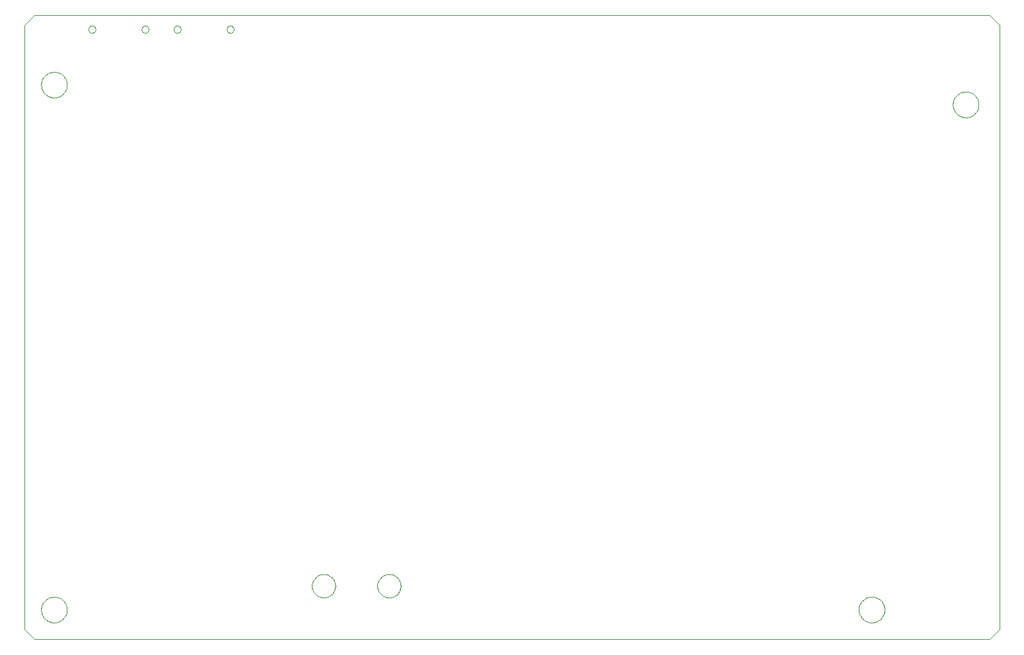
<source format=gko>
G75*
%MOIN*%
%OFA0B0*%
%FSLAX24Y24*%
%IPPOS*%
%LPD*%
%AMOC8*
5,1,8,0,0,1.08239X$1,22.5*
%
%ADD10C,0.0000*%
D10*
X005493Y001000D02*
X005993Y000500D01*
X054206Y000500D01*
X054706Y001000D01*
X054706Y031496D01*
X054206Y031996D01*
X005993Y031996D01*
X005493Y031496D01*
X005493Y001000D01*
X006343Y002000D02*
X006345Y002050D01*
X006351Y002100D01*
X006361Y002150D01*
X006374Y002198D01*
X006391Y002246D01*
X006412Y002292D01*
X006436Y002336D01*
X006464Y002378D01*
X006495Y002418D01*
X006529Y002455D01*
X006566Y002490D01*
X006605Y002521D01*
X006646Y002550D01*
X006690Y002575D01*
X006736Y002597D01*
X006783Y002615D01*
X006831Y002629D01*
X006880Y002640D01*
X006930Y002647D01*
X006980Y002650D01*
X007031Y002649D01*
X007081Y002644D01*
X007131Y002635D01*
X007179Y002623D01*
X007227Y002606D01*
X007273Y002586D01*
X007318Y002563D01*
X007361Y002536D01*
X007401Y002506D01*
X007439Y002473D01*
X007474Y002437D01*
X007507Y002398D01*
X007536Y002357D01*
X007562Y002314D01*
X007585Y002269D01*
X007604Y002222D01*
X007619Y002174D01*
X007631Y002125D01*
X007639Y002075D01*
X007643Y002025D01*
X007643Y001975D01*
X007639Y001925D01*
X007631Y001875D01*
X007619Y001826D01*
X007604Y001778D01*
X007585Y001731D01*
X007562Y001686D01*
X007536Y001643D01*
X007507Y001602D01*
X007474Y001563D01*
X007439Y001527D01*
X007401Y001494D01*
X007361Y001464D01*
X007318Y001437D01*
X007273Y001414D01*
X007227Y001394D01*
X007179Y001377D01*
X007131Y001365D01*
X007081Y001356D01*
X007031Y001351D01*
X006980Y001350D01*
X006930Y001353D01*
X006880Y001360D01*
X006831Y001371D01*
X006783Y001385D01*
X006736Y001403D01*
X006690Y001425D01*
X006646Y001450D01*
X006605Y001479D01*
X006566Y001510D01*
X006529Y001545D01*
X006495Y001582D01*
X006464Y001622D01*
X006436Y001664D01*
X006412Y001708D01*
X006391Y001754D01*
X006374Y001802D01*
X006361Y001850D01*
X006351Y001900D01*
X006345Y001950D01*
X006343Y002000D01*
X020003Y003200D02*
X020005Y003248D01*
X020011Y003296D01*
X020021Y003343D01*
X020034Y003389D01*
X020051Y003434D01*
X020072Y003477D01*
X020097Y003519D01*
X020124Y003558D01*
X020155Y003595D01*
X020189Y003630D01*
X020225Y003661D01*
X020264Y003690D01*
X020305Y003715D01*
X020348Y003737D01*
X020392Y003755D01*
X020438Y003769D01*
X020485Y003780D01*
X020533Y003787D01*
X020581Y003790D01*
X020629Y003789D01*
X020677Y003784D01*
X020724Y003775D01*
X020771Y003763D01*
X020816Y003746D01*
X020860Y003726D01*
X020902Y003703D01*
X020942Y003676D01*
X020979Y003646D01*
X021014Y003613D01*
X021047Y003577D01*
X021076Y003539D01*
X021102Y003498D01*
X021125Y003456D01*
X021144Y003412D01*
X021159Y003366D01*
X021171Y003320D01*
X021179Y003272D01*
X021183Y003224D01*
X021183Y003176D01*
X021179Y003128D01*
X021171Y003080D01*
X021159Y003034D01*
X021144Y002988D01*
X021125Y002944D01*
X021102Y002902D01*
X021076Y002861D01*
X021047Y002823D01*
X021014Y002787D01*
X020979Y002754D01*
X020942Y002724D01*
X020902Y002697D01*
X020860Y002674D01*
X020816Y002654D01*
X020771Y002637D01*
X020724Y002625D01*
X020677Y002616D01*
X020629Y002611D01*
X020581Y002610D01*
X020533Y002613D01*
X020485Y002620D01*
X020438Y002631D01*
X020392Y002645D01*
X020348Y002663D01*
X020305Y002685D01*
X020264Y002710D01*
X020225Y002739D01*
X020189Y002770D01*
X020155Y002805D01*
X020124Y002842D01*
X020097Y002881D01*
X020072Y002923D01*
X020051Y002966D01*
X020034Y003011D01*
X020021Y003057D01*
X020011Y003104D01*
X020005Y003152D01*
X020003Y003200D01*
X023303Y003200D02*
X023305Y003248D01*
X023311Y003296D01*
X023321Y003343D01*
X023334Y003389D01*
X023351Y003434D01*
X023372Y003477D01*
X023397Y003519D01*
X023424Y003558D01*
X023455Y003595D01*
X023489Y003630D01*
X023525Y003661D01*
X023564Y003690D01*
X023605Y003715D01*
X023648Y003737D01*
X023692Y003755D01*
X023738Y003769D01*
X023785Y003780D01*
X023833Y003787D01*
X023881Y003790D01*
X023929Y003789D01*
X023977Y003784D01*
X024024Y003775D01*
X024071Y003763D01*
X024116Y003746D01*
X024160Y003726D01*
X024202Y003703D01*
X024242Y003676D01*
X024279Y003646D01*
X024314Y003613D01*
X024347Y003577D01*
X024376Y003539D01*
X024402Y003498D01*
X024425Y003456D01*
X024444Y003412D01*
X024459Y003366D01*
X024471Y003320D01*
X024479Y003272D01*
X024483Y003224D01*
X024483Y003176D01*
X024479Y003128D01*
X024471Y003080D01*
X024459Y003034D01*
X024444Y002988D01*
X024425Y002944D01*
X024402Y002902D01*
X024376Y002861D01*
X024347Y002823D01*
X024314Y002787D01*
X024279Y002754D01*
X024242Y002724D01*
X024202Y002697D01*
X024160Y002674D01*
X024116Y002654D01*
X024071Y002637D01*
X024024Y002625D01*
X023977Y002616D01*
X023929Y002611D01*
X023881Y002610D01*
X023833Y002613D01*
X023785Y002620D01*
X023738Y002631D01*
X023692Y002645D01*
X023648Y002663D01*
X023605Y002685D01*
X023564Y002710D01*
X023525Y002739D01*
X023489Y002770D01*
X023455Y002805D01*
X023424Y002842D01*
X023397Y002881D01*
X023372Y002923D01*
X023351Y002966D01*
X023334Y003011D01*
X023321Y003057D01*
X023311Y003104D01*
X023305Y003152D01*
X023303Y003200D01*
X047593Y002000D02*
X047595Y002050D01*
X047601Y002100D01*
X047611Y002150D01*
X047624Y002198D01*
X047641Y002246D01*
X047662Y002292D01*
X047686Y002336D01*
X047714Y002378D01*
X047745Y002418D01*
X047779Y002455D01*
X047816Y002490D01*
X047855Y002521D01*
X047896Y002550D01*
X047940Y002575D01*
X047986Y002597D01*
X048033Y002615D01*
X048081Y002629D01*
X048130Y002640D01*
X048180Y002647D01*
X048230Y002650D01*
X048281Y002649D01*
X048331Y002644D01*
X048381Y002635D01*
X048429Y002623D01*
X048477Y002606D01*
X048523Y002586D01*
X048568Y002563D01*
X048611Y002536D01*
X048651Y002506D01*
X048689Y002473D01*
X048724Y002437D01*
X048757Y002398D01*
X048786Y002357D01*
X048812Y002314D01*
X048835Y002269D01*
X048854Y002222D01*
X048869Y002174D01*
X048881Y002125D01*
X048889Y002075D01*
X048893Y002025D01*
X048893Y001975D01*
X048889Y001925D01*
X048881Y001875D01*
X048869Y001826D01*
X048854Y001778D01*
X048835Y001731D01*
X048812Y001686D01*
X048786Y001643D01*
X048757Y001602D01*
X048724Y001563D01*
X048689Y001527D01*
X048651Y001494D01*
X048611Y001464D01*
X048568Y001437D01*
X048523Y001414D01*
X048477Y001394D01*
X048429Y001377D01*
X048381Y001365D01*
X048331Y001356D01*
X048281Y001351D01*
X048230Y001350D01*
X048180Y001353D01*
X048130Y001360D01*
X048081Y001371D01*
X048033Y001385D01*
X047986Y001403D01*
X047940Y001425D01*
X047896Y001450D01*
X047855Y001479D01*
X047816Y001510D01*
X047779Y001545D01*
X047745Y001582D01*
X047714Y001622D01*
X047686Y001664D01*
X047662Y001708D01*
X047641Y001754D01*
X047624Y001802D01*
X047611Y001850D01*
X047601Y001900D01*
X047595Y001950D01*
X047593Y002000D01*
X052343Y027500D02*
X052345Y027550D01*
X052351Y027600D01*
X052361Y027650D01*
X052374Y027698D01*
X052391Y027746D01*
X052412Y027792D01*
X052436Y027836D01*
X052464Y027878D01*
X052495Y027918D01*
X052529Y027955D01*
X052566Y027990D01*
X052605Y028021D01*
X052646Y028050D01*
X052690Y028075D01*
X052736Y028097D01*
X052783Y028115D01*
X052831Y028129D01*
X052880Y028140D01*
X052930Y028147D01*
X052980Y028150D01*
X053031Y028149D01*
X053081Y028144D01*
X053131Y028135D01*
X053179Y028123D01*
X053227Y028106D01*
X053273Y028086D01*
X053318Y028063D01*
X053361Y028036D01*
X053401Y028006D01*
X053439Y027973D01*
X053474Y027937D01*
X053507Y027898D01*
X053536Y027857D01*
X053562Y027814D01*
X053585Y027769D01*
X053604Y027722D01*
X053619Y027674D01*
X053631Y027625D01*
X053639Y027575D01*
X053643Y027525D01*
X053643Y027475D01*
X053639Y027425D01*
X053631Y027375D01*
X053619Y027326D01*
X053604Y027278D01*
X053585Y027231D01*
X053562Y027186D01*
X053536Y027143D01*
X053507Y027102D01*
X053474Y027063D01*
X053439Y027027D01*
X053401Y026994D01*
X053361Y026964D01*
X053318Y026937D01*
X053273Y026914D01*
X053227Y026894D01*
X053179Y026877D01*
X053131Y026865D01*
X053081Y026856D01*
X053031Y026851D01*
X052980Y026850D01*
X052930Y026853D01*
X052880Y026860D01*
X052831Y026871D01*
X052783Y026885D01*
X052736Y026903D01*
X052690Y026925D01*
X052646Y026950D01*
X052605Y026979D01*
X052566Y027010D01*
X052529Y027045D01*
X052495Y027082D01*
X052464Y027122D01*
X052436Y027164D01*
X052412Y027208D01*
X052391Y027254D01*
X052374Y027302D01*
X052361Y027350D01*
X052351Y027400D01*
X052345Y027450D01*
X052343Y027500D01*
X015705Y031300D02*
X015707Y031326D01*
X015713Y031352D01*
X015723Y031377D01*
X015736Y031400D01*
X015752Y031420D01*
X015772Y031438D01*
X015794Y031453D01*
X015817Y031465D01*
X015843Y031473D01*
X015869Y031477D01*
X015895Y031477D01*
X015921Y031473D01*
X015947Y031465D01*
X015971Y031453D01*
X015992Y031438D01*
X016012Y031420D01*
X016028Y031400D01*
X016041Y031377D01*
X016051Y031352D01*
X016057Y031326D01*
X016059Y031300D01*
X016057Y031274D01*
X016051Y031248D01*
X016041Y031223D01*
X016028Y031200D01*
X016012Y031180D01*
X015992Y031162D01*
X015970Y031147D01*
X015947Y031135D01*
X015921Y031127D01*
X015895Y031123D01*
X015869Y031123D01*
X015843Y031127D01*
X015817Y031135D01*
X015793Y031147D01*
X015772Y031162D01*
X015752Y031180D01*
X015736Y031200D01*
X015723Y031223D01*
X015713Y031248D01*
X015707Y031274D01*
X015705Y031300D01*
X013028Y031300D02*
X013030Y031326D01*
X013036Y031352D01*
X013046Y031377D01*
X013059Y031400D01*
X013075Y031420D01*
X013095Y031438D01*
X013117Y031453D01*
X013140Y031465D01*
X013166Y031473D01*
X013192Y031477D01*
X013218Y031477D01*
X013244Y031473D01*
X013270Y031465D01*
X013294Y031453D01*
X013315Y031438D01*
X013335Y031420D01*
X013351Y031400D01*
X013364Y031377D01*
X013374Y031352D01*
X013380Y031326D01*
X013382Y031300D01*
X013380Y031274D01*
X013374Y031248D01*
X013364Y031223D01*
X013351Y031200D01*
X013335Y031180D01*
X013315Y031162D01*
X013293Y031147D01*
X013270Y031135D01*
X013244Y031127D01*
X013218Y031123D01*
X013192Y031123D01*
X013166Y031127D01*
X013140Y031135D01*
X013116Y031147D01*
X013095Y031162D01*
X013075Y031180D01*
X013059Y031200D01*
X013046Y031223D01*
X013036Y031248D01*
X013030Y031274D01*
X013028Y031300D01*
X011408Y031300D02*
X011410Y031326D01*
X011416Y031352D01*
X011426Y031377D01*
X011439Y031400D01*
X011455Y031420D01*
X011475Y031438D01*
X011497Y031453D01*
X011520Y031465D01*
X011546Y031473D01*
X011572Y031477D01*
X011598Y031477D01*
X011624Y031473D01*
X011650Y031465D01*
X011674Y031453D01*
X011695Y031438D01*
X011715Y031420D01*
X011731Y031400D01*
X011744Y031377D01*
X011754Y031352D01*
X011760Y031326D01*
X011762Y031300D01*
X011760Y031274D01*
X011754Y031248D01*
X011744Y031223D01*
X011731Y031200D01*
X011715Y031180D01*
X011695Y031162D01*
X011673Y031147D01*
X011650Y031135D01*
X011624Y031127D01*
X011598Y031123D01*
X011572Y031123D01*
X011546Y031127D01*
X011520Y031135D01*
X011496Y031147D01*
X011475Y031162D01*
X011455Y031180D01*
X011439Y031200D01*
X011426Y031223D01*
X011416Y031248D01*
X011410Y031274D01*
X011408Y031300D01*
X008730Y031300D02*
X008732Y031326D01*
X008738Y031352D01*
X008748Y031377D01*
X008761Y031400D01*
X008777Y031420D01*
X008797Y031438D01*
X008819Y031453D01*
X008842Y031465D01*
X008868Y031473D01*
X008894Y031477D01*
X008920Y031477D01*
X008946Y031473D01*
X008972Y031465D01*
X008996Y031453D01*
X009017Y031438D01*
X009037Y031420D01*
X009053Y031400D01*
X009066Y031377D01*
X009076Y031352D01*
X009082Y031326D01*
X009084Y031300D01*
X009082Y031274D01*
X009076Y031248D01*
X009066Y031223D01*
X009053Y031200D01*
X009037Y031180D01*
X009017Y031162D01*
X008995Y031147D01*
X008972Y031135D01*
X008946Y031127D01*
X008920Y031123D01*
X008894Y031123D01*
X008868Y031127D01*
X008842Y031135D01*
X008818Y031147D01*
X008797Y031162D01*
X008777Y031180D01*
X008761Y031200D01*
X008748Y031223D01*
X008738Y031248D01*
X008732Y031274D01*
X008730Y031300D01*
X006343Y028500D02*
X006345Y028550D01*
X006351Y028600D01*
X006361Y028650D01*
X006374Y028698D01*
X006391Y028746D01*
X006412Y028792D01*
X006436Y028836D01*
X006464Y028878D01*
X006495Y028918D01*
X006529Y028955D01*
X006566Y028990D01*
X006605Y029021D01*
X006646Y029050D01*
X006690Y029075D01*
X006736Y029097D01*
X006783Y029115D01*
X006831Y029129D01*
X006880Y029140D01*
X006930Y029147D01*
X006980Y029150D01*
X007031Y029149D01*
X007081Y029144D01*
X007131Y029135D01*
X007179Y029123D01*
X007227Y029106D01*
X007273Y029086D01*
X007318Y029063D01*
X007361Y029036D01*
X007401Y029006D01*
X007439Y028973D01*
X007474Y028937D01*
X007507Y028898D01*
X007536Y028857D01*
X007562Y028814D01*
X007585Y028769D01*
X007604Y028722D01*
X007619Y028674D01*
X007631Y028625D01*
X007639Y028575D01*
X007643Y028525D01*
X007643Y028475D01*
X007639Y028425D01*
X007631Y028375D01*
X007619Y028326D01*
X007604Y028278D01*
X007585Y028231D01*
X007562Y028186D01*
X007536Y028143D01*
X007507Y028102D01*
X007474Y028063D01*
X007439Y028027D01*
X007401Y027994D01*
X007361Y027964D01*
X007318Y027937D01*
X007273Y027914D01*
X007227Y027894D01*
X007179Y027877D01*
X007131Y027865D01*
X007081Y027856D01*
X007031Y027851D01*
X006980Y027850D01*
X006930Y027853D01*
X006880Y027860D01*
X006831Y027871D01*
X006783Y027885D01*
X006736Y027903D01*
X006690Y027925D01*
X006646Y027950D01*
X006605Y027979D01*
X006566Y028010D01*
X006529Y028045D01*
X006495Y028082D01*
X006464Y028122D01*
X006436Y028164D01*
X006412Y028208D01*
X006391Y028254D01*
X006374Y028302D01*
X006361Y028350D01*
X006351Y028400D01*
X006345Y028450D01*
X006343Y028500D01*
M02*

</source>
